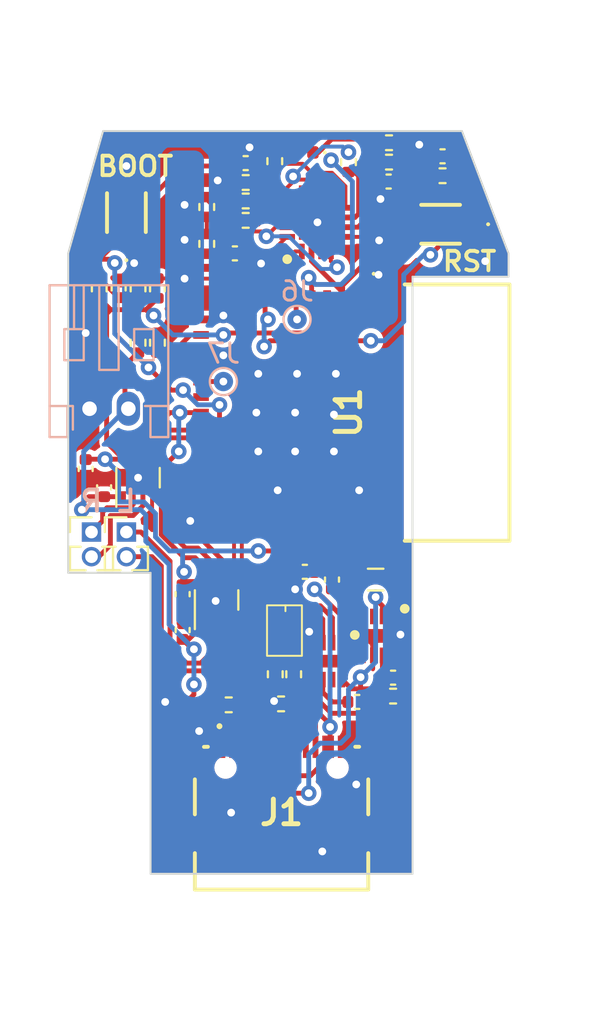
<source format=kicad_pcb>
(kicad_pcb (version 20221018) (generator pcbnew)
  (layers (0 "F.Cu" signal) (31 "B.Cu" signal) (34 "B.Paste" user) (35 "F.Paste" user) (36 "B.SilkS" user "B.Silkscreen") (37 "F.SilkS" user "F.Silkscreen") (38 "B.Mask" user) (39 "F.Mask" user) (44 "Edge.Cuts" user))
  (net 0 "")
  (net 23 "GND")
  (net 24 "VDC")
  (net 25 "Net-(J2-Pin_1)")
  (net 26 "Net-(J2-Pin_2)")
  (net 27 "Net-(J3-Pin_1)")
  (net 28 "Net-(J3-Pin_2)")
  (net 29 "/Ultrasonic Amplifier/IN3-")
  (net 30 "Net-(C6-Pad1)")
  (net 31 "Net-(C7-Pad1)")
  (net 32 "Net-(D1-A)")
  (net 33 "/Ultrasonic Amplifier/OUT2")
  (net 34 "/Ultrasonic Amplifier/IN1+")
  (net 36 "/Ultrasonic Amplifier/IN2+")
  (net 37 "/Ultrasonic Amplifier/IN2-")
  (net 38 "/Ultrasonic Amplifier/IN3+")
  (net 39 "/M0_IN1")
  (net 40 "/M0_IN2")
  (net 41 "/M1_IN1")
  (net 42 "/M1_IN2")
  (net 43 "/AMP")
  (net 45 "/USB+")
  (net 46 "/USB-")
  (net 50 "+3V3")
  (net 51 "/CFF")
  (net 53 "Net-(IC1-SW)")
  (net 54 "/CC1")
  (net 55 "/CC2")
  (net 56 "Net-(IC2-TIMER)")
  (net 57 "+5V")
  (net 58 "Net-(IC2-ISET)")
  (net 60 "Net-(D4-A1)")
  (net 61 "Net-(D4-K1)")
  (net 62 "Net-(D4-A2)")
  (net 63 "Net-(D4-K2)")
  (net 65 "/Ultrasonic Amplifier/IN1-")
  (net 66 "/VSENSE")
  (net 67 "/IO0")
  (net 68 "/IO1")
  (net 69 "/RST")
  (net 70 "/GPIO9")
  (net 71 "/M_SLEEP")
  (footprint "Resistor_SMD:R_0402_1005Metric" (layer "F.Cu") (at 147.1 47.1 90)
    (fp_text reference "R4" hide)
    (fp_text value "1M" hide)
  )
  (footprint "Resistor_SMD:R_0402_1005Metric" (layer "F.Cu") (at 152.65 41.65)
    (fp_text reference "R7" hide)
    (fp_text value "4.7M" hide)
  )
  (footprint "Resistor_SMD:R_0402_1005Metric" (layer "F.Cu") (at 160.25 68.1 180)
    (fp_text reference "R14" hide)
    (fp_text value "4k" hide)
  )
  (footprint "Resistor_SMD:R_0402_1005Metric" (layer "F.Cu") (at 147.1 49.9 90)
    (fp_text reference "R17" hide)
    (fp_text value "390k" hide)
  )
  (footprint "Capacitor_SMD:C_0402_1005Metric" (layer "F.Cu") (at 160.25 67.15)
    (fp_text reference "C8" hide)
    (fp_text value "4.7uF" hide)
  )
  (footprint "SamacSys_Parts:SON50P200X200X90-9N-D" (layer "F.Cu") (at 159.45 65 -90)
    (fp_text reference "IC1" hide)
    (fp_text value "MIC23050-SYML-TR" hide)
  )
  (footprint "Resistor_SMD:R_0402_1005Metric" (layer "F.Cu") (at 152.65 43.6 180)
    (fp_text reference "R6" hide)
    (fp_text value "1M")
  )
  (footprint "Resistor_SMD:R_0402_1005Metric" (layer "F.Cu") (at 152.65 42.6)
    (fp_text reference "R8" hide)
    (fp_text value "390k" hide)
  )
  (footprint "Resistor_SMD:R_0402_1005Metric" (layer "F.Cu") (at 160.04 40.6)
    (fp_text reference "R9" hide)
    (fp_text value "12K" hide)
  )
  (footprint "Package_SON:WSON-8-1EP_2x2mm_P0.5mm_EP0.9x1.6mm" (layer "F.Cu") (at 151.15 63.15 90)
    (fp_text reference "U3" hide)
    (fp_text value "DRV8837C" hide)
  )
  (footprint "Capacitor_SMD:C_0402_1005Metric" (layer "F.Cu") (at 149.4 64.7 90)
    (fp_text reference "C3" hide)
    (fp_text value "0.1uF" hide)
  )
  (footprint "Resistor_SMD:R_0402_1005Metric" (layer "F.Cu") (at 157.95 40.6 90)
    (fp_text reference "R11" hide)
    (fp_text value "4.7M" hide)
  )
  (footprint "Package_SON:WSON-8-1EP_2x2mm_P0.5mm_EP0.9x1.6mm" (layer "F.Cu") (at 147.1 56.85 90)
    (fp_text reference "U4" hide)
    (fp_text value "DRV8837C" hide)
  )
  (footprint "Resistor_SMD:R_0402_1005Metric" (layer "F.Cu") (at 154.15 40.55 -90)
    (fp_text reference "R1" hide)
    (fp_text value "4.7M" hide)
  )
  (footprint "Resistor_SMD:R_0402_1005Metric" (layer "F.Cu") (at 155.125 66.975 90)
    (fp_text reference "R16" hide)
    (fp_text value "300" hide)
  )
  (footprint "Capacitor_SMD:C_0402_1005Metric" (layer "F.Cu") (at 157.1 62.1 -90)
    (fp_text reference "C10" hide)
    (fp_text value "560pF")
  )
  (footprint "Capacitor_SMD:C_0402_1005Metric" (layer "F.Cu") (at 152.092547 45.3)
    (fp_text reference "C6" hide)
    (fp_text value "uF" hide)
  )
  (footprint "SamacSys_Parts:EVPAWBD4A" (layer "F.Cu") (at 162.7 43.8 180)
    (fp_text reference "S1" hide)
    (fp_text value "EVP-AWBD4A" hide)
  )
  (footprint "Resistor_SMD:R_0402_1005Metric" (layer "F.Cu") (at 154.475 68.5 180)
    (fp_text reference "R13" hide)
    (fp_text value "5.1k" hide)
  )
  (footprint "Resistor_SMD:R_0402_1005Metric" (layer "F.Cu") (at 148.1 49.9 90)
    (fp_text reference "R18" hide)
    (fp_text value "390k" hide)
  )
  (footprint "Diode_SMD:D_0402_1005Metric" (layer "F.Cu") (at 155.6325 40.1 180)
    (fp_text reference "D1" hide)
    (fp_text value "D" hide)
  )
  (footprint "Resistor_SMD:R_0402_1005Metric" (layer "F.Cu") (at 154.175 66.975 90)
    (fp_text reference "R15" hide)
    (fp_text value "300" hide)
  )
  (footprint "Resistor_SMD:R_0402_1005Metric" (layer "F.Cu") (at 162.8 41.3)
    (fp_text reference "R19" hide)
    (fp_text value "10k" hide)
  )
  (footprint "Capacitor_SMD:C_0402_1005Metric" (layer "F.Cu") (at 160.02 41.6 180)
    (fp_text reference "C7" hide)
    (fp_text value "uF" hide)
  )
  (footprint "SamacSys_Parts:GSB1C41110SSHR" (layer "F.Cu") (at 154.5 74.1)
    (fp_text reference "J1")
    (fp_text value "GSB1C41110SSHR" hide)
  )
  (footprint "Capacitor_SMD:C_0402_1005Metric" (layer "F.Cu") (at 162.8 40.3 180)
    (fp_text reference "C12" hide)
    (fp_text value "0.1uF" hide)
  )
  (footprint "Resistor_SMD:R_0402_1005Metric" (layer "F.Cu") (at 148.1 47.1 90)
    (fp_text reference "R3" hide)
    (fp_text value "1M" hide)
  )
  (footprint "Capacitor_SMD:C_0402_1005Metric" (layer "F.Cu") (at 152.65 40.65)
    (fp_text reference "C5" hide)
    (fp_text value "0.1uF" hide)
  )
  (footprint "Capacitor_SMD:C_0402_1005Metric" (layer "F.Cu") (at 146.1 47.1 90)
    (fp_text reference "C13" hide)
    (fp_text value "0.1uF" hide)
  )
  (footprint "SamacSys_Parts:QFN50P300X300X100-17N" (layer "F.Cu") (at 156.292547 43.7 90)
    (fp_text reference "IC3" hide)
    (fp_text value "LM324QT" hide)
  )
  (footprint "Resistor_SMD:R_0402_1005Metric" (layer "F.Cu") (at 150.642547 44.81 -90)
    (fp_text reference "R5" hide)
    (fp_text value "12K" hide)
  )
  (footprint "Connector_PinHeader_1.27mm:PinHeader_1x02_P1.27mm_Vertical" (layer "F.Cu") (at 146.5 59.65)
    (fp_text reference "J2" hide)
    (fp_text value "Conn_01x02" hide)
  )
  (footprint "Inductor_SMD:L_0805_2012Metric" (layer "F.Cu") (at 159.35 62.1)
    (fp_text reference "L1" hide)
    (fp_text value "L")
  )
  (footprint "SamacSys_Parts:EVPAWBD4A" (layer "F.Cu") (at 146.5 43.2 90)
    (fp_text reference "S2" hide)
    (fp_text value "EVP-AWBD4A" hide)
  )
  (footprint "Resistor_SMD:R_0402_1005Metric" (layer "F.Cu") (at 150.642547 42.91 -90)
    (fp_text reference "R2" hide)
    (fp_text value "1M" hide)
  )
  (footprint "Capacitor_SMD:C_0402_1005Metric" (layer "F.Cu") (at 155.7 61.7 180)
    (fp_text reference "C9" hide)
    (fp_text value "4.7uF" hide)
  )
  (footprint "SamacSys_Parts:SB0603WC01-RG" (layer "F.Cu") (at 152.45 64.725 -90)
    (fp_text reference "D4" hide)
    (fp_text value "LED_Dual_KAKA" hide)
  )
  (footprint "Connector_PinHeader_1.27mm:PinHeader_1x02_P1.27mm_Vertical" (layer "F.Cu") (at 144.7 59.65)
    (fp_text reference "J3" hide)
    (fp_text value "Conn_01x02" hide)
  )
  (footprint "SamacSys_Parts:ESP32C3MINI1H4X" (layer "F.Cu") (at 157.95 53.5 -90)
    (fp_text reference "U1")
    (fp_text value "ESP32-C3-MINI-1-H4X" hide)
  )
  (footprint "Resistor_SMD:R_0402_1005Metric" (layer "F.Cu") (at 151.775 68.55 180)
    (fp_text reference "R12" hide)
    (fp_text value "5.1k" hide)
  )
  (footprint "Resistor_SMD:R_0402_1005Metric" (layer "F.Cu") (at 160.04 39.6)
    (fp_text reference "R10" hide)
    (fp_text value "1M" hide)
  )
  (footprint "Capacitor_SMD:C_0402_1005Metric" (layer "F.Cu") (at 149.4 62.85 -90)
    (fp_text reference "C1" hide)
    (fp_text value "0.1uF" hide)
  )
  (footprint "SamacSys_Parts:SON50P200X200X80-9N" (layer "F.Cu") (at 156.875 66.3 -90)
    (fp_text reference "IC2" hide)
    (fp_text value "RT9527GQW" hide)
  )
  (footprint "Resistor_SMD:R_0402_1005Metric" (layer "F.Cu") (at 145.1 47.1 90)
    (fp_text reference "R20" hide)
    (fp_text value "10k" hide)
  )
  (footprint "Capacitor_SMD:C_0402_1005Metric" (layer "F.Cu") (at 144.4 56.4 -90)
    (fp_text reference "C2" hide)
    (fp_text value "0.1uF" hide)
  )
  (footprint "Capacitor_SMD:C_0402_1005Metric" (layer "F.Cu") (at 158.4 68.4)
    (fp_text reference "C11" hide)
    (fp_text value "500nF" hide)
  )
  (footprint "Capacitor_SMD:C_0402_1005Metric" (layer "F.Cu") (at 145.35 57.35 90)
    (fp_text reference "C4" hide)
    (fp_text value "0.1uF" hide)
  )
  (footprint "TestPoint:TestPoint_Pad_D1.0mm" (layer "B.Cu") (at 151.5 51.9 180)
    (fp_text reference "J7")
    (fp_text value "Conn_01x01")
  )
  (footprint "SamacSys_Parts:Transducer" (layer "B.Cu") (at 154.15 44.45 180)
    (fp_text reference "J4" hide)
    (fp_text value "Conn_01x02" hide)
  )
  (footprint "Connector_JST:JST_PH_S2B-PH-K_1x02_P2.00mm_Horizontal" (layer "B.Cu") (at 144.6 53.3)
    (fp_text reference "J5" hide)
    (fp_text value "Conn_01x02" hide)
  )
  (footprint "TestPoint:TestPoint_Pad_D1.0mm" (layer "B.Cu") (at 155.3 48.7 180)
    (fp_text reference "J6")
    (fp_text value "Conn_01x01")
  )
  (gr_line (start 143.5 61.75) (end 143.5 45.3) (stroke (width 0.1)) (layer "Edge.Cuts"))
  (gr_line (start 145.3 39) (end 163.8 39) (stroke (width 0.1)) (layer "Edge.Cuts"))
  (gr_line (start 161.25 77.25) (end 161.25 46.5) (stroke (width 0.1)) (layer "Edge.Cuts"))
  (gr_line (start 166.2 45.3) (end 166.2 46.5) (stroke (width 0.1)) (layer "Edge.Cuts"))
  (gr_line (start 147.75 77.25) (end 161.25 77.25) (stroke (width 0.1)) (layer "Edge.Cuts"))
  (gr_line (start 161.25 46.5) (end 166.2 46.5) (stroke (width 0.1)) (layer "Edge.Cuts"))
  (gr_line (start 147.75 77.25) (end 147.75 61.75) (stroke (width 0.1)) (layer "Edge.Cuts"))
  (gr_line (start 143.5 45.3) (end 145.3 39) (stroke (width 0.1)) (layer "Edge.Cuts"))
  (gr_line (start 166.2 45.3) (end 163.8 39) (stroke (width 0.1)) (layer "Edge.Cuts"))
  (gr_line (start 147.75 61.75) (end 143.5 61.75) (stroke (width 0.1)) (layer "Edge.Cuts"))
  (gr_text "L R" (at 147.1 58.7) (layer "B.SilkS") (effects (font (size 1.1 1.1) (thickness 0.2) bold) (justify left bottom mirror)))
  (gr_text "BOOT" (at 144.9 41.4) (layer "F.SilkS") (effects (font (size 1 1) (thickness 0.2) bold) (justify left bottom)))
  (gr_text "RST" (at 162.7 46.3) (layer "F.SilkS") (effects (font (size 1 1) (thickness 0.2) bold) (justify left bottom)))
  (segment (start 146.1 46.62) (end 147.07 46.62) (width 0.25) (layer "F.Cu") (net 23))
  (segment (start 149.4 63.33) (end 150.97 63.33) (width 0.25) (layer "F.Cu") (net 23))
  (segment (start 151.595 42.958568) (end 152.14 43.503568) (width 0.25) (layer "F.Cu") (net 23))
  (segment (start 151.9 63.575) (end 151.475 63.15) (width 0.25) (layer "F.Cu") (net 23))
  (segment (start 153.275 53.5) (end 153.2 53.5) (width 0.25) (layer "F.Cu") (net 23))
  (segment (start 153.169252 45.545661) (end 153.165331 45.545661) (width 0.25) (layer "F.Cu") (net 23))
  (segment (start 156.375 66.3) (end 156.125 66.05) (width 0.25) (layer "F.Cu") (net 23))
  (segment (start 158.88 68.4) (end 159.44 68.4) (width 0.25) (layer "F.Cu") (net 23))
  (segment (start 150.35 50.3) (end 151.249997 50.3) (width 0.25) (layer "F.Cu") (net 23))
  (segment (start 151.475 63.15) (end 151.15 63.15) (width 0.25) (layer "F.Cu") (net 23))
  (segment (start 156.042547 42.2) (end 156.042547 43.392547) (width 0.25) (layer "F.Cu") (net 23))
  (segment (start 153.13 40.65) (end 153.13 40.118901) (width 0.25) (layer "F.Cu") (net 23))
  (segment (start 147.1 46.59) (end 147.1 46) (width 0.25) (layer "F.Cu") (net 23))
  (segment (start 155.22 62.58) (end 155.2 62.6) (width 0.25) (layer "F.Cu") (net 23))
  (segment (start 160.15 59.4) (end 160.15 47.6) (width 0.25) (layer "F.Cu") (net 23))
  (segment (start 156.875 66.3) (end 156.375 66.3) (width 0.25) (layer "F.Cu") (net 23))
  (segment (start 145.34 56.88) (end 145.35 56.87) (width 0.25) (layer "F.Cu") (net 23))
  (segment (start 156.125 65.35) (end 156.125 64.985) (width 0.25) (layer "F.Cu") (net 23))
  (segment (start 151.265 68.885) (end 150.25 69.9) (width 0.25) (layer "F.Cu") (net 23))
  (segment (start 153.3 51.5) (end 155.3 51.5) (width 0.25) (layer "F.Cu") (net 23))
  (segment (start 149.4 64.22) (end 149.4 63.33) (width 0.25) (layer "F.Cu") (net 23))
  (segment (start 151.9 64.1) (end 151.9 63.575) (width 0.25) (layer "F.Cu") (net 23))
  (segment (start 156.125 66.05) (end 156.125 65.35) (width 0.25) (layer "F.Cu") (net 23))
  (segment (start 147.85 57.3) (end 147.4 56.85) (width 0.25) (layer "F.Cu") (net 23))
  (segment (start 151.595 41.930376) (end 151.595 42.958568) (width 0.25) (layer "F.Cu") (net 23))
  (segment (start 158.35 71.36) (end 158.35 72.65) (width 0.25) (layer "F.Cu") (net 23))
  (segment (start 151.25 47.6) (end 151.25 48.25) (width 0.25) (layer "F.Cu") (net 23))
  (segment (start 157.2 55.5) (end 157.225 55.475) (width 0.25) (layer "F.Cu") (net 23))
  (segment (start 155.2 53.5) (end 157.2 53.6) (width 0.25) (layer "F.Cu") (net 23))
  (segment (start 148.56 49.39) (end 150.35 47.6) (width 0.25) (layer "F.Cu") (net 23))
  (segment (start 152.91967 45.3) (end 152.572547 45.3) (width 0.25) (layer "F.Cu") (net 23))
  (segment (start 159.2 66) (end 159.2 65.25) (width 0.25) (layer "F.Cu") (net 23))
  (segment (start 160.2 65.3) (end 160.2 66) (width 0.25) (layer "F.Cu") (net 23))
  (segment (start 153.444252 45.820661) (end 153.169252 45.545661) (width 0.25) (layer "F.Cu") (net 23))
  (segment (start 153.965 68.5) (end 153.97 68.5) (width 0.25) (layer "F.Cu") (net 23))
  (segment (start 159.9 65) (end 160.2 65.3) (width 0.25) (layer "F.Cu") (net 23))
  (segment (start 145.35 56.87) (end 147.08 56.87) (width 0.25) (layer "F.Cu") (net 23))
  (segment (start 148.1 49.39) (end 148.56 49.39) (width 0.25) (layer "F.Cu") (net 23))
  (segment (start 147.85 57.8) (end 147.85 57.3) (width 0.25) (layer "F.Cu") (net 23))
  (segment (start 151.25 48.25) (end 151.5 48.5) (width 0.25) (layer "F.Cu") (net 23))
  (segment (start 150.113269 59.4) (end 149.792129 59.07886) (width 0.25) (layer "F.Cu") (net 23))
  (segment (start 157.7 70.71) (end 158.35 71.36) (width 0.25) (layer "F.Cu") (net 23))
  (segment (start 159.2 65.25) (end 159.45 65) (width 0.25) (layer "F.Cu") (net 23))
  (segment (start 159.45 65) (end 160.560401 65) (width 0.25) (layer "F.Cu") (net 23))
  (segment (start 153.165331 45.545661) (end 152.91967 45.3) (width 0.25) (layer "F.Cu") (net 23))
  (segment (start 155.2 55.5) (end 157.2 55.5) (width 0.25) (layer "F.Cu") (net 23))
  (segment (start 160.244669 44.630331) (end 161.075 43.8) (width 0.25) (layer "F.Cu") (net 23))
  (segment (start 159.530331 44.630331) (end 160.244669 44.630331) (width 0.25) (layer "F.Cu") (net 23))
  (segment (start 157.3 51.5) (end 157.225 51.525) (width 0.25) (layer "F.Cu") (net 23))
  (segment (start 159.54 42.44) (end 159.6 42.5) (width 0.25) (layer "F.Cu") (net 23))
  (segment (start 160.2 66) (end 160.73 66.53) (width 0.25) (layer "F.Cu") (net 23))
  (segment (start 151.06 70.71) (end 150.25 69.9) (width 0.25) (layer "F.Cu") (net 23))
  (segment (start 162.2 40.3) (end 161.6 39.7) (width 0.25) (layer "F.Cu") (net 23))
  (segment (start 153.275 55.475) (end 153.3 55.5) (width 0.25) (layer "F.Cu") (net 23))
  (segment (start 156.125 64.985) (end 155.925 64.785) (width 0.25) (layer "F.Cu") (net 23))
  (segment (start 155.22 61.7) (end 155.22 62.58) (width 0.25) (layer "F.Cu") (net 23))
  (segment (start 151.3 70.71) (end 151.06 70.71) (width 0.25) (layer "F.Cu") (net 23))
  (segment (start 156.042547 43.392547) (end 156.35 43.7) (width 0.25) (layer "F.Cu") (net 23))
  (segment (start 151.25 47.6) (end 150.35 47.6) (width 0.25) (layer "F.Cu") (net 23))
  (segment (start 151.1 63.2) (end 151.15 63.15) (width 0.25) (layer "F.Cu") (net 23))
  (segment (start 153.97 68.5) (end 154.115 68.355) (width 0.25) (layer "F.Cu") (net 23))
  (segment (start 153.2 53.5) (end 155.2 53.5) (width 0.25) (layer "F.Cu") (net 23))
  (segment (start 159.54 41.6) (end 159.54 42.44) (width 0.25) (layer "F.Cu") (net 23))
  (segment (start 159.74 68.1) (end 159.78 68.1) (width 0.25) (layer "F.Cu") (net 23))
  (segment (start 160.73 66.53) (end 160.73 67.15) (width 0.25) (layer "F.Cu") (net 23))
  (segment (start 152.14 43.503568) (end 152.14 43.6) (width 0.25) (layer "F.Cu") (net 23))
  (segment (start 153.275 51.525) (end 153.3 51.5) (width 0.25) (layer "F.Cu") (net 23))
  (segment (start 155.3 51.5) (end 157.3 51.5) (width 0.25) (layer "F.Cu") (net 23))
  (segment (start 150.97 63.33) (end 151.1 63.2) (width 0.25) (layer "F.Cu") (net 23))
  (segment (start 151.265 68.55) (end 151.265 68.885) (width 0.25) (layer "F.Cu") (net 23))
  (segment (start 151.207312 41.542688) (end 151.595 41.930376) (width 0.25) (layer "F.Cu") (net 23))
  (segment (start 157.2 53.6) (end 157.225 53.5) (width 0.25) (layer "F.Cu") (net 23))
  (segment (start 157.225 51.525) (end 157.225 55.475) (width 0.25) (layer "F.Cu") (net 23))
  (segment (start 158.45 47.6) (end 160.15 47.6) (width 0.25) (layer "F.Cu") (net 23))
  (segment (start 159.78 68.1) (end 160.73 67.15) (width 0.25) (layer "F.Cu") (net 23))
  (segment (start 151.249997 50.3) (end 151.5 50.550003) (width 0.25) (layer "F.Cu") (net 23))
  (segment (start 157.225 53.5) (end 160.15 53.5) (width 0.25) (layer "F.Cu") (net 23))
  (segment (start 147.1 46) (end 146.9 45.8) (width 0.25) (layer "F.Cu") (net 23))
  (segment (start 147.07 46.62) (end 147.1 46.59) (width 0.25) (layer "F.Cu") (net 23))
  (segment (start 160.560401 65) (end 160.629449 64.930952) (width 0.25) (layer "F.Cu") (net 23))
  (segment (start 147.4 56.85) (end 147.1 56.85) (width 0.25) (layer "F.Cu") (net 23))
  (segment (start 159.44 68.4) (end 159.74 68.1) (width 0.25) (layer "F.Cu") (net 23))
  (segment (start 144.4 56.88) (end 145.34 56.88) (width 0.25) (layer "F.Cu") (net 23))
  (segment (start 162.32 40.3) (end 162.2 40.3) (width 0.25) (layer "F.Cu") (net 23))
  (segment (start 147.08 56.87) (end 147.1 56.85) (width 0.25) (layer "F.Cu") (net 23))
  (segment (start 153.13 40.118901) (end 152.849307 39.838208) (width 0.25) (layer "F.Cu") (net 23))
  (segment (start 150.35 59.4) (end 150.113269 59.4) (width 0.25) (layer "F.Cu") (net 23))
  (segment (start 153.3 55.5) (end 155.2 55.5) (width 0.25) (layer "F.Cu") (net 23))
  (segment (start 146.5 41.575) (end 146.5 40.8) (width 0.25) (layer "F.Cu") (net 23))
  (via (at 153.444252 45.820661) (size 0.8) (drill 0.4) (layers "F.Cu" "B.Cu") (net 23))
  (via (at 155.2 55.5) (size 0.8) (drill 0.4) (layers "F.Cu" "B.Cu") (net 23))
  (via (at 157.2 55.5) (size 0.8) (drill 0.4) (layers "F.Cu" "B.Cu") (net 23))
  (via (at 159.6 42.5) (size 0.8) (drill 0.4) (layers "F.Cu" "B.Cu") (net 23))
  (via (at 146.9 45.8) (size 0.8) (drill 0.4) (layers "F.Cu" "B.Cu") (net 23))
  (via (at 154.115 68.355) (size 0.8) (drill 0.4) (layers "F.Cu" "B.Cu") (net 23))
  (via (at 147.102791 56.852484) (size 0.8) (drill 0.4) (layers "F.Cu" "B.Cu") (net 23))
  (via (at 155.3 51.5) (size 0.8) (drill 0.4) (layers "F.Cu" "B.Cu") (net 23))
  (via (at 161.6 39.7) (size 0.8) (drill 0.4) (layers "F.Cu" "B.Cu") (net 23))
  (via (at 156.6 76.1) (size 0.8) (drill 0.4) (layers "F.Cu" "B.Cu") (net 23))
  (via (at 144.4 49.4) (size 0.8) (drill 0.4) (layers "F.Cu" "B.Cu") (net 23))
  (via (at 153.3 55.5) (size 0.8) (drill 0.4) (layers "F.Cu" "B.Cu") (net 23))
  (via (at 151.1 63.2) (size 0.8) (drill 0.4) (layers "F.Cu" "B.Cu") (net 23))
  (via (at 153.3 51.5) (size 0.8) (drill 0.4) (layers "F.Cu" "B.Cu") (net 23))
  (via (at 165 45.7) (size 0.8) (drill 0.4) (layers "F.Cu" "B.Cu") (net 23))
  (via (at 159.5 46.4) (size 0.8) (drill 0.4) (layers "F.Cu" "B.Cu") (net 23))
  (via (at 156.35 43.7) (size 0.8) (drill 0.4) (layers "F.Cu" "B.Cu") (net 23))
  (via (at 160.629449 64.930952) (size 0.8) (drill 0.4) (layers "F.Cu" "B.Cu") (net 23))
  (via (at 148.5 68.4) (size 0.8) (drill 0.4) (layers "F.Cu" "B.Cu") (net 23))
  (via (at 151.5 50.550003) (size 0.8) (drill 0.4) (layers "F.Cu" "B.Cu") (net 23))
  (via (at 146.5 40.8) (size 0.8) (drill 0.4) (layers "F.Cu" "B.Cu") (net 23))
  (via (at 151.207312 41.542688) (size 0.8) (drill 0.4) (layers "F.Cu" "B.Cu") (net 23))
  (via (at 159.530331 44.630331) (size 0.8) (drill 0.4) (layers "F.Cu" "B.Cu") (net 23))
  (via (at 155.925 64.785) (size 0.8) (drill 0.4) (layers "F.Cu" "B.Cu") (net 23))
  (via (at 155.2 62.6) (size 0.8) (drill 0.4) (layers "F.Cu" "B.Cu") (net 23))
  (via (at 151.5 48.5) (size 0.8) (drill 0.4) (layers "F.Cu" "B.Cu") (net 23))
  (via (at 149.792129 59.07886) (size 0.8) (drill 0.4) (layers "F.Cu" "B.Cu") (net 23))
  (via (at 152.849307 39.838208) (size 0.8) (drill 0.4) (layers "F.Cu" "B.Cu") (net 23))
  (via (at 155.2 53.5) (size 0.8) (drill 0.4) (layers "F.Cu" "B.Cu") (net 23))
  (via (at 153.2 53.5) (size 0.8) (drill 0.4) (layers "F.Cu" "B.Cu") (net 23))
  (via (at 151.9 74.1) (size 0.8) (drill 0.4) (layers "F.Cu" "B.Cu") (net 23))
  (via (at 158.5 57.5) (size 0.8) (drill 0.4) (layers "F.Cu" "B.Cu") (net 23))
  (via (at 158.35 72.65) (size 0.8) (drill 0.4) (layers "F.Cu" "B.Cu") (net 23))
  (via (at 154.3 57.5) (size 0.8) (drill 0.4) (layers "F.Cu" "B.Cu") (net 23))
  (via (at 157.3 51.5) (size 0.8) (drill 0.4) (layers "F.Cu" "B.Cu") (net 23))
  (via (at 150.25 69.9) (size 0.8) (drill 0.4) (layers "F.Cu" "B.Cu") (net 23))
  (via (at 157.2 53.6) (size 0.8) (drill 0.4) (layers "F.Cu" "B.Cu") (net 23))
  (segment (start 146.15 52.15) (end 146.962437 52.15) (width 0.25) (layer "B.Cu") (net 23))
  (segment (start 153.1 48.5) (end 153.1 49.2) (width 0.25) (layer "B.Cu") (net 23))
  (segment (start 151.5 48.5) (end 153.1 48.5) (width 0.25) (layer "B.Cu") (net 23))
  (segment (start 159.5 46.4) (end 155.025 50.875) (width 0.25) (layer "B.Cu") (net 23))
  (segment (start 149.995402 50.550003) (end 151.5 50.550003) (width 0.25) (layer "B.Cu") (net 23))
  (segment (start 154.6 63.2) (end 154.34 63.2) (width 0.25) (layer "B.Cu") (net 23))
  (segment (start 159.5 42.6) (end 159.6 42.5) (width 0.25) (layer "B.Cu") (net 23))
  (segment (start 153.1 49.2) (end 151.749997 50.550003) (width 0.25) (layer "B.Cu") (net 23))
  (segment (start 148.270406 52.275) (end 148.372703 52.172703) (width 0.25) (layer "B.Cu") (net 23))
  (segment (start 153.444252 46.255748) (end 153.1 46.6) (width 0.25) (layer "B.Cu") (net 23))
  (segment (start 147.102791 54.551193) (end 147.475 54.178984) (width 0.25) (layer "B.Cu") (net 23))
  (segment (start 150.98 68.355) (end 150.975 68.35) (width 0.25) (layer "B.Cu") (net 23))
  (segment (start 159.5 44.5) (end 159.5 42.6) (width 0.25) (layer "B.Cu") (net 23))
  (segment (start 153.444252 45.820661) (end 153.444252 46.255748) (width 0.25) (layer "B.Cu") (net 23))
  (segment (start 147.575 39.725) (end 146.5 40.8) (width 0.25) (layer "B.Cu") (net 23))
  (segment (start 156.35 43.7) (end 152.849307 40.199307) (width 0.25) (layer "B.Cu") (net 23))
  (segment (start 155.2 62.6) (end 154.6 63.2) (width 0.25) (layer "B.Cu") (net 23))
  (segment (start 144.4 49.4) (end 144.6 49.2) (width 0.25) (layer "B.Cu") (net 23))
  (segment (start 153.444252 45.744252) (end 153.444252 45.820661) (width 0.25) (layer "B.Cu") (net 23))
  (segment (start 154.115 68.355) (end 150.98 68.355) (width 0.25) (layer "B.Cu") (net 23))
  (segment (start 151.207312 40.557312) (end 150.375 39.725) (width 0.25) (layer "B.Cu") (net 23))
  (segment (start 153.37886 59.07886) (end 155.3 61) (width 0.25) (layer "B.Cu") (net 23))
  (segment (start 151.824997 50.875) (end 151.5 50.550003) (width 0.25) (layer "B.Cu") (net 23))
  (segment (start 151.207312 41.542688) (end 151.207312 41.480203) (width 0.25) (layer "B.Cu") (net 23))
  (segment (start 151.207312 41.542688) (end 151.207312 40.557312) (width 0.25) (layer "B.Cu") (net 23))
  (segment (start 146.9 45.8) (end 146.9 44.5) (width 0.25) (layer "B.Cu") (net 23))
  (segment (start 150.975 68.35) (end 150.975 69.175) (width 0.25) (layer "B.Cu") (net 23))
  (segment (start 153.2 55.6) (end 153.3 55.5) (width 0.25) (layer "B.Cu") (net 23))
  (segment (start 155.3 62.5) (end 155.2 62.6) (width 0.25) (layer "B.Cu") (net 23))
  (segment (start 147.565753 56.852484) (end 149.792129 59.07886) (width 0.25) (layer "B.Cu") (net 23))
  (segment (start 151.1 63.2) (end 154.34 63.2) (width 0.25) (layer "B.Cu") (net 23))
  (segment (start 159.530331 44.530331) (end 159.530331 44.630331) (width 0.25) (layer "B.Cu") (net 23))
  (segment (start 146.6 44.2) (end 146.6 40.9) (width 0.25) (layer "B.Cu") (net 23))
  (segment (start 148.372703 52.172703) (end 149.995402 50.550003) (width 0.25) (layer "B.Cu") (net 23))
  (segment (start 146.962437 52.15) (end 147.087437 52.275) (width 0.25) (layer "B.Cu") (net 23))
  (segment (start 147.475 54.178984) (end 147.475 53.070405) (width 0.25) (layer "B.Cu") (net 23))
  (segment (start 152.849307 40.199307) (end 152.849307 39.838208) (width 0.25) (layer "B.Cu") (net 23))
  (segment (start 144.6 49.2) (end 144.6 45.994036) (width 0.25) (layer "B.Cu") (net 23))
  (segment (start 149.792129 59.07886) (end 153.2 59.07886) (width 0.25) (layer "B.Cu") (net 23))
  (segment (start 159.6 42.2) (end 159.6 42.5) (width 0.25) (layer "B.Cu") (net 23))
  (segment (start 159.6 46.4) (end 159.5 46.4) (width 0.25) (layer "B.Cu") (net 23))
  (segment (start 151.1 66.1) (end 150.975 66.225) (width 0.25) (layer "B.Cu") (net 23))
  (segment (start 146.9 44.5) (end 146.6 44.2) (width 0.25) (layer "B.Cu") (net 23))
  (segment (start 147.087437 52.275) (end 148.270406 52.275) (width 0.25) (layer "B.Cu") (net 23))
  (segment (start 151.207312 41.542688) (end 151.207312 43.507312) (width 0.25) (layer "B.Cu") (net 23))
  (segment (start 147.475 53.070405) (end 148.372703 52.172703) (width 0.25) (layer "B.Cu") (net 23))
  (segment (start 153.2 59.07886) (end 153.37886 59.07886) (width 0.25) (layer "B.Cu") (net 23))
  (segment (start 150.975 66.225) (end 150.975 68.35) (width 0.25) (layer "B.Cu") (net 23))
  (segment (start 147.102791 56.852484) (end 147.102791 54.551193) (width 0.25) (layer "B.Cu") (net 23))
  (segment (start 146.394036 44.2) (end 146.6 44.2) (width 0.25) (layer "B.Cu") (net 23))
  (segment (start 159.6 46.4) (end 159.6 44.7) (width 0.25) (layer "B.Cu") (net 23))
  (segment (start 144.6 49.6) (end 144.4 49.4) (width 0.25) (layer "B.Cu") (net 23))
  (segment (start 151.749997 50.550003) (end 151.5 50.550003) (width 0.25) (layer "B.Cu") (net 23))
  (segment (start 153.1 46.6) (end 153.1 48.5) (width 0.25) (layer "B.Cu") (net 23))
  (segment (start 146.6 40.9) (end 146.5 40.8) (width 0.25) (layer "B.Cu") (net 23))
  (segment (start 147.102791 56.852484) (end 147.565753 56.852484) (width 0.25) (layer "B.Cu") (net 23))
  (segment (start 145.2 53.1) (end 146.15 52.15) (width 0.25) (layer "B.Cu") (net 23))
  (segment (start 147.102791 56.852484) (end 147.2 56.755275) (width 0.25) (layer "B.Cu") (net 23))
  (segment (start 151.207312 41.480203) (end 152.849307 39.838208) (width 0.25) (layer "B.Cu") (net 23))
  (segment (start 144.6 53.3) (end 144.6 49.6) (width 0.25) (layer "B.Cu") (net 23))
  (segment (start 150.975 69.175) (end 150.25 69.9) (width 0.25) (layer "B.Cu") (net 23))
  (segment (start 155.025 50.875) (end 151.824997 50.875) (width 0.25) (layer "B.Cu") (net 23))
  (segment (start 154.34 63.2) (end 155.925 64.785) (width 0.25) (layer "B.Cu") (net 23))
  (segment (start 159.5 44.5) (end 159.530331 44.530331) (width 0.25) (layer "B.Cu") (net 23))
  (segment (start 144.6 45.994036) (end 146.394036 44.2) (width 0.25) (layer "B.Cu") (net 23))
  (segment (start 145.2 53.3) (end 145.2 53.1) (width 0.25) (layer "B.Cu") (net 23))
  (segment (start 159.6 44.7) (end 159.530331 44.630331) (width 0.25) (layer "B.Cu") (net 23))
  (segment (start 151.1 63.2) (end 151.1 66.1) (width 0.25) (layer "B.Cu") (net 23))
  (segment (start 152.942547 46.6) (end 153.442547 46.6) (width 0.25) (layer "B.Cu") (net 23))
  (segment (start 153.2 59.07886) (end 153.2 55.6) (width 0.25) (layer "B.Cu") (net 23))
  (segment (start 155.3 61) (end 155.3 62.5) (width 0.25) (layer "B.Cu") (net 23))
  (segment (start 150.375 39.725) (end 147.575 39.725) (width 0.25) (layer "B.Cu") (net 23))
  (segment (start 151.207312 43.507312) (end 153.444252 45.744252) (width 0.25) (layer "B.Cu") (net 23))
  (segment (start 146.425 51.085) (end 146.425 53.125) (width 0.25) (layer "F.Cu") (net 24))
  (segment (start 158.575 67.725) (end 159.083577 67.725) (width 0.25) (layer "F.Cu") (net 24))
  (segment (start 144.2 58.2) (end 144.57 57.83) (width 0.25) (layer "F.Cu") (net 24))
  (segment (start 149.905786 65.685786) (end 149.981802 65.685786) (width 0.25) (layer "F.Cu") (net 24))
  (segment (start 159.7 67.08) (end 159.7 66) (width 0.25) (layer "F.Cu") (net 24))
  (segment (start 155.9 73.1) (end 148.9 73.1) (width 0.25) (layer "F.Cu") (net 24))
  (segment (start 149.4 65.18) (end 149.905786 65.685786) (width 0.25) (layer "F.Cu") (net 24))
  (segment (start 148.2 72.4) (end 148.2 69.8) (width 0.25) (layer "F.Cu") (net 24))
  (segment (start 145.35 57.83) (end 146.32 57.83) (width 0.25) (layer "F.Cu") (net 24))
  (segment (start 159.083577 67.725) (end 159.658577 67.15) (width 0.25) (layer "F.Cu") (net 24))
  (segment (start 146.425 53.125) (end 146.6 53.3) (width 0.25) (layer "F.Cu") (net 24))
  (segment (start 159.658577 67.15) (end 159.77 67.15) (width 0.25) (layer "F.Cu") (net 24))
  (segment (start 150.4 64.489999) (end 150.4 64.1) (width 0.25) (layer "F.Cu") (net 24))
  (segment (start 146.32 57.83) (end 146.35 57.8) (width 0.25) (layer "F.Cu") (net 24))
  (segment (start 159.35 63.1) (end 159.35 62.999998) (width 0.25) (layer "F.Cu") (net 24))
  (segment (start 147.1 50.41) (end 146.425 51.085) (width 0.25) (layer "F.Cu") (net 24))
  (segment (start 157.625 67.25) (end 158.1 67.725) (width 0.25) (layer "F.Cu") (net 24))
  (segment (start 158.1 67.725) (end 158.575 67.725) (width 0.25) (layer "F.Cu") (net 24))
  (segment (start 144.57 57.83) (end 145.35 57.83) (width 0.25) (layer "F.Cu") (net 24))
  (segment (start 159.7 64) (end 159.7 63.45) (width 0.25) (layer "F.Cu") (net 24))
  (segment (start 148.9 73.1) (end 148.2 72.4) (width 0.25) (layer "F.Cu") (net 24))
  (segment (start 148.2 69.8) (end 149.981802 68.018198) (width 0.25) (layer "F.Cu") (net 24))
  (segment (start 158.575 67.725) (end 158.575 67.125) (width 0.25) (layer "F.Cu") (net 24))
  (segment (start 144.2 58.5) (end 144.2 58.2) (width 0.25) (layer "F.Cu") (net 24))
  (segment (start 149.709999 65.18) (end 150.4 64.489999) (width 0.25) (layer "F.Cu") (net 24))
  (segment (start 159.77 67.15) (end 159.7 67.08) (width 0.25) (layer "F.Cu") (net 24))
  (segment (start 159.7 63.45) (end 159.35 63.1) (width 0.25) (layer "F.Cu") (net 24))
  (segment (start 149.4 65.18) (end 149.709999 65.18) (width 0.25) (layer "F.Cu") (net 24))
  (segment (start 149.981802 68.018198) (end 149.981802 67.5) (width 0.25) (layer "F.Cu") (net 24))
  (via (at 149.981802 65.685786) (size 0.8) (drill 0.4) (layers "F.Cu" "B.Cu") (net 24))
  (via (at 144.2 58.5) (size 0.8) (drill 0.4) (layers "F.Cu" "B.Cu") (net 24))
  (via (at 158.575 67.125) (size 0.8) (drill 0.4) (layers "F.Cu" "B.Cu") (net 24))
  (via (at 159.35 62.999998) (size 0.8) (drill 0.4) (layers "F.Cu" "B.Cu") (net 24))
  (via (at 149.981802 67.5) (size 0.8) (drill 0.4) (layers "F.Cu" "B.Cu") (net 24))
  (via (at 155.9 73.1) (size 0.8) (drill 0.4) (layers "F.Cu" "B.Cu") (net 24))
  (segment (start 157.95 70.125) (end 157.55 70.525) (width 0.25) (layer "B.Cu") (net 24))
  (segment (start 156 71) (end 155.9 71.1) (width 0.25) (layer "B.Cu") (net 24))
  (segment (start 144.3 55.5) (end 146.5 53.3) (width 0.25) (layer "B.Cu") (net 24))
  (segment (start 144.2 58.5) (end 147.234314 58.5) (width 0.25) (layer "B.Cu") (net 24))
  (segment (start 155.9 71.1) (end 155.9 73.1) (width 0.25) (layer "B.Cu") (net 24))
  (segment (start 158.575 67.125) (end 157.95 67.75) (width 0.25) (layer "B.Cu") (net 24))
  (segment (start 147.5 60.125) (end 147.5 58.765686) (width 0.25) (layer "B.Cu") (net 24))
  (segment (start 156.625 70.525) (end 156.475 70.525) (width 0.25) (layer "B.Cu") (net 24))
  (segment (start 156.475 70.525) (end 156 71) (width 0.25) (layer "B.Cu") (net 24))
  (segment (start 148.7 64.403984) (end 148.7 61.325) (width 0.25) (layer "B.Cu") (net 24))
  (segment (start 157.95 67.75) (end 157.95 70.125) (width 0.25) (layer "B.Cu") (net 24))
  (segment (start 148.7 61.325) (end 147.5 60.125) (width 0.25) (layer "B.Cu") (net 24))
  (segment (start 147.5 58.765686) (end 147.234314 58.5) (width 0.25) (layer "B.Cu") (net 24))
  (segment (start 157.55 70.525) (end 156.625 70.525) (width 0.25) (layer "B.Cu") (net 24))
  (segment (start 149.981802 65.685786) (end 149.981802 67.5) (width 0.25) (layer "B.Cu") (net 24))
  (segment (start 149.981802 65.685786) (end 148.7 64.403984) (width 0.25) (layer "B.Cu") (net 24))
  (segment (start 144.3 58.4) (end 144.3 55.5) (width 0.25) (layer "B.Cu") (net 24))
  (segment (start 146.5 53.3) (end 146.6 53.3) (width 0.25) (layer "B.Cu") (net 24))
  (segment (start 159.35 66.35) (end 158.575 67.125) (width 0.25) (layer "B.Cu") (net 24))
  (segment (start 159.35 62.999998) (end 159.35 66.35) (width 0.25) (layer "B.Cu") (net 24))
  (segment (start 150.334314 66.4) (end 149.597488 66.4) (width 0.25) (layer "F.Cu") (net 25))
  (segment (start 148.75 65.552512) (end 148.75 61.15) (width 0.25) (layer "F.Cu") (net 25))
  (segment (start 149.597488 66.4) (end 148.75 65.552512) (width 0.25) (layer "F.Cu") (net 25))
  (segment (start 150.9 64.1) (end 150.9 65.834314) (width 0.25) (layer "F.Cu") (net 25))
  (segment (start 147.25 59.65) (end 146.5 59.65) (width 0.25) (layer "F.Cu") (net 25))
  (segment (start 150.9 65.834314) (end 150.334314 66.4) (width 0.25) (layer "F.Cu") (net 25))
  (segment (start 148.75 61.15) (end 147.25 59.65) (width 0.25) (layer "F.Cu") (net 25))
  (segment (start 148.3 61.4) (end 147.82 60.92) (width 0.25) (layer "F.Cu") (net 26))
  (segment (start 148.3 65.668198) (end 148.3 61.4) (width 0.25) (layer "F.Cu") (net 26))
  (segment (start 147.82 60.92) (end 146.5 60.92) (width 0.25) (layer "F.Cu") (net 26))
  (segment (start 150.5 66.8) (end 149.431802 66.8) (width 0.25) (layer "F.Cu") (net 26))
  (segment (start 151.4 65.9) (end 150.5 66.8) (width 0.25) (layer "F.Cu") (net 26))
  (segment (start 149.431802 66.8) (end 148.3 65.668198) (width 0.25) (layer "F.Cu") (net 26))
  (segment (start 151.4 64.1) (end 151.4 65.9) (width 0.25) (layer "F.Cu") (net 26))
  (segment (start 146.85 57.8) (end 146.85 58.225) (width 0.25) (layer "F.Cu") (net 27))
  (segment (start 145.275 58.625) (end 145.275 59.075) (width 0.25) (layer "F.Cu") (net 27))
  (segment (start 146.675 58.4) (end 145.5 58.4) (width 0.25) (layer "F.Cu") (net 27))
  (segment (start 146.85 58.225) (end 146.675 58.4) (width 0.25) (layer "F.Cu") (net 27))
  (segment (start 145.275 59.075) (end 144.7 59.65) (width 0.25) (layer "F.Cu") (net 27))
  (segment (start 145.5 58.4) (end 145.275 58.625) (width 0.25) (layer "F.Cu") (net 27))
  (segment (start 145.675 58.8) (end 146.85 58.8) (width 0.25) (layer "F.Cu") (net 28))
  (segment (start 145.08 60.92) (end 145.675 60.325) (width 0.25) (layer "F.Cu") (net 28))
  (segment (start 147.35 58.3) (end 147.35 57.8) (width 0.25) (layer "F.Cu") (net 28))
  (segment (start 144.7 60.92) (end 145.08 60.92) (width 0.25) (layer "F.Cu") (net 28))
  (segment (start 145.675 60.325) (end 145.675 58.8) (width 0.25) (layer "F.Cu") (net 28))
  (segment (start 146.85 58.8) (end 147.35 58.3) (width 0.25) (layer "F.Cu") (net 28))
  (segment (start 154.522867 40.687133) (end 154.15 41.06) (width 0.2) (layer "F.Cu") (net 29))
  (segment (start 157.792547 41.842547) (end 157.1 41.15) (width 0.2) (layer "F.Cu") (net 29))
  (segment (start 157.792547 42.95) (end 157.792547 41.842547) (width 0.2) (layer "F.Cu") (net 29))
  (segment (start 152.17 40.66) (end 153.16 41.65) (width 0.2) (layer "F.Cu") (net 29))
  (segment (start 152.17 40.65) (end 152.17 40.66) (width 0.2) (layer "F.Cu") (net 29))
  (segment (start 155.587133 40.687133) (end 154.522867 40.687133) (width 0.2) (layer "F.Cu") (net 29))
  (segment (start 153.65 41.65) (end 153.16 41.65) (width 0.2) (layer "F.Cu") (net 29))
  (segment (start 153.94 41.36) (end 153.65 41.65) (width 0.2) (layer "F.Cu") (net 29))
  (segment (start 157.1 41.15) (end 156.05 41.15) (width 0.2) (layer "F.Cu") (net 29))
  (segment (start 156.05 41.15) (end 155.587133 40.687133) (width 0.2) (layer "F.Cu") (net 29))
  (segment (start 151.592547 45.32) (end 151.612547 45.3) (width 0.25) (layer "F.Cu") (net 30))
  (segment (start 150.642547 45.32) (end 151.592547 45.32) (width 0.25) (layer "F.Cu") (net 30))
  (segment (start 160.55 41.55) (end 160.5 41.6) (width 0.25) (layer "F.Cu") (net 31))
  (segment (start 160.55 40.6) (end 160.55 41.55) (width 0.25) (layer "F.Cu") (net 31))
  (segment (start 154.15 40.04) (end 155.0875 40.04) (width 0.25) (layer "F.Cu") (net 32))
  (segment (start 155.0875 40.04) (end 155.1475 40.1) (width 0.25) (layer "F.Cu") (net 32))
  (segment (start 157.792547 43.95) (end 158.442547 43.95) (width 0.25) (layer "F.Cu") (net 33))
  (segment (start 159.085 39.6) (end 158.9 39.415) (width 0.25) (layer "F.Cu") (net 33))
  (segment (start 158.9 39.415) (end 157.085 39.415) (width 0.25) (layer "F.Cu") (net 33))
  (segment (start 158.875 39.44) (end 158.9 39.415) (width 0.25) (layer "F.Cu") (net 33))
  (segment (start 159.53 39.6) (end 159.085 39.6) (width 0.25) (layer "F.Cu") (net 33))
  (segment (start 157.085 39.415) (end 156.4 40.1) (width 0.25) (layer "F.Cu") (net 33))
  (segment (start 156.4 40.1) (end 156.1175 40.1) (width 0.25) (layer "F.Cu") (net 33))
  (segment (start 158.875 43.517547) (end 158.875 39.44) (width 0.25) (layer "F.Cu") (net 33))
  (segment (start 158.442547 43.95) (end 158.875 43.517547) (width 0.25) (layer "F.Cu") (net 33))
  (segment (start 147.1 47.61) (end 147.1 47.59) (width 0.2) (layer "F.Cu") (net 34))
  (segment (start 153.792547 46.6) (end 155.192547 45.2) (width 0.2) (layer "F.Cu") (net 34))
  (segment (start 147.1 47.59) (end 148.1 46.59) (width 0.2) (layer "F.Cu") (net 34))
  (segment (start 149.5 42.8) (end 149.5 44.6) (width 0.2) (layer "F.Cu") (net 34))
  (segment (start 149.5 46.6) (end 153.792547 46.6) (width 0.2) (layer "F.Cu") (net 34))
  (segment (start 155.192547 45.2) (end 155.542547 45.2) (width 0.2) (layer "F.Cu") (net 34))
  (segment (start 149.5 44.6) (end 149.5 46.6) (width 0.2) (layer "F.Cu") (net 34))
  (segment (start 148.1 46.59) (end 149.49 46.59) (width 0.2) (layer "F.Cu") (net 34))
  (segment (start 149.49 46.59) (end 149.5 46.6) (width 0.2) (layer "F.Cu") (net 34))
  (via (at 149.5 46.6) (size 0.8) (drill 0.4) (layers "F.Cu" "B.Cu") (net 34))
  (via (at 149.5 44.6) (size 0.8) (drill 0.4) (layers "F.Cu" "B.Cu") (net 34))
  (via (at 149.5 42.8) (size 0.8) (drill 0.4) (layers "F.Cu" "B.Cu") (net 34))
  (segment (start 153.463772 44.17) (end 153.714433 44.420661) (width 0.2) (layer "F.Cu") (net 36))
  (segment (start 157.042547 45.7) (end 157.046274 45.7) (width 0.2) (layer "F.Cu") (net 36))
  (segment (start 157.046274 45.7) (end 157.361567 46.015293) (width 0.2) (layer "F.Cu") (net 36))
  (segment (start 150.642547 42.4) (end 150.642547 42.536445) (width 0.2) (layer "F.Cu") (net 36))
  (segment (start 150.642547 42.536445) (end 151.62 43.513898) (width 0.2) (layer "F.Cu") (net 36))
  (segment (start 151.62 43.948214) (end 151.841786 44.17) (width 0.2) (layer "F.Cu") (net 36))
  (segment (start 154.185094 43.95) (end 153.714433 44.420661) (width 0.2) (layer "F.Cu") (net 36))
  (segment (start 151.841786 44.17) (end 153.463772 44.17) (width 0.2) (layer "F.Cu") (net 36))
  (segment (start 151.62 43.513898) (end 151.62 43.948214) (width 0.2) (layer "F.Cu") (net 36))
  (segment (start 154.185094 43.95) (end 154.792547 43.95) (width 0.2) (layer "F.Cu") (net 36))
  (segment (start 157.042547 45.2) (end 157.042547 45.7) (width 0.2) (layer "F.Cu") (net 36))
  (via (at 157.361567 46.015293) (size 0.8) (drill 0.4) (layers "F.Cu" "B.Cu") (net 36))
  (via (at 153.714433 44.420661) (size 0.8) (drill 0.4) (layers "F.Cu" "B.Cu") (net 36))
  (segment (start 156.55 46.1) (end 157.27686 46.1) (width 0.2) (layer "B.Cu") (net 36))
  (segment (start 153.714433 44.420661) (end 154.870661 44.420661) (width 0.2) (layer "B.Cu") (net 36))
  (segment (start 157.27686 46.1) (end 157.361567 46.015293) (width 0.2) (layer "B.Cu") (net 36))
  (segment (start 154.870661 44.420661) (end 156.55 46.1) (width 0.2) (layer "B.Cu") (net 36))
  (segment (start 161.07 40.12) (end 161.07 42.03) (width 0.2) (layer "F.Cu") (net 37))
  (segment (start 158.65 44.45) (end 157.792547 44.45) (width 0.2) (layer "F.Cu") (net 37))
  (segment (start 161.07 42.03) (end 158.65 44.45) (width 0.2) (layer "F.Cu") (net 37))
  (segment (start 160.55 39.6) (end 160.53 39.6) (width 0.2) (layer "F.Cu") (net 37))
  (segment (start 160.53 39.6) (end 159.53 40.6) (width 0.2) (layer "F.Cu") (net 37))
  (segment (start 160.55 39.6) (end 161.07 40.12) (width 0.2) (layer "F.Cu") (net 37))
  (segment (start 154.1 42.6) (end 153.16 42.6) (width 0.2) (layer "F.Cu") (net 38))
  (segment (start 155.095468 41.395468) (end 155.095468 41.337133) (width 0.2) (layer "F.Cu") (net 38))
  (segment (start 156.955026 41.5) (end 155.2 41.5) (width 0.2) (layer "F.Cu") (net 38))
  (segment (start 157.15 42.2) (end 157.15 41.694974) (width 0.2) (layer "F.Cu") (net 38))
  (segment (start 157.15 41.694974) (end 156.955026 41.5) (width 0.2) (layer "F.Cu") (net 38))
  (segment (start 155.2 41.5) (end 155.095468 41.395468) (width 0.2) (layer "F.Cu") (net 38))
  (segment (start 155.2 41.5) (end 154.1 42.6) (width 0.2) (layer "F.Cu") (net 38))
  (segment (start 153.16 43.6) (end 153.16 42.6) (width 0.2) (layer "F.Cu") (net 38))
  (via (at 155.095468 41.337133) (size 0.8) (drill 0.4) (layers "F.Cu" "B.Cu") (net 38))
  (via (at 157.95 40.09) (size 0.8) (drill 0.4) (layers "F.Cu" "B.Cu") (net 38))
  (segment (start 155.095468 41.337133) (end 156.632601 39.8) (width 0.2) (layer "B.Cu") (net 38))
  (segment (start 157.66 39.8) (end 157.95 40.09) (width 0.2) (layer "B.Cu") (net 38))
  (segment (start 156.632601 39.8) (end 157.66 39.8) (width 0.2) (layer "B.Cu") (net 38))
  (segment (start 151.4 62.2) (end 151.4 61.688784) (width 0.25) (layer "F.Cu") (net 39))
  (segment (start 149.548272 60.475) (end 148.7 59.626728) (width 0.25) (layer "F.Cu") (net 39))
  (segment (start 151.4 61.688784) (end 150.186216 60.475) (width 0.25) (layer "F.Cu") (net 39))
  (segment (start 150.15 55.9) (end 150.35 55.9) (width 0.25) (layer "F.Cu") (net 39))
  (segment (start 148.7 59.626728) (end 148.7 57.35) (width 0.25) (layer "F.Cu") (net 39))
  (segment (start 150.186216 60.475) (end 149.548272 60.475) (width 0.25) (layer "F.Cu") (net 39))
  (segment (start 148.7 57.35) (end 150.15 55.9) (width 0.25) (layer "F.Cu") (net 39))
  (segment (start 149.1 59.461042) (end 149.713958 60.075) (width 0.25) (layer "F.Cu") (net 40))
  (segment (start 150.35 56.7) (end 150.15 56.7) (width 0.25) (layer "F.Cu") (net 40))
  (segment (start 149.713958 60.075) (end 150.422612 60.075) (width 0.25) (layer "F.Cu") (net 40))
  (segment (start 151.9 61.552388) (end 151.9 62.2) (width 0.25) (layer "F.Cu") (net 40))
  (segment (start 150.15 56.7) (end 149.1 57.75) (width 0.25) (layer "F.Cu") (net 40))
  (segment (start 150.422612 60.075) (end 151.9 61.552388) (width 0.25) (layer "F.Cu") (net 40))
  (segment (start 149.1 57.75) (end 149.1 59.461042) (width 0.25) (layer "F.Cu") (net 40))
  (segment (start 150.25 54.4) (end 150.35 54.3) (width 0.25) (layer "F.Cu") (net 41))
  (segment (start 147.35 55.467157) (end 148.417157 54.4) (width 0.25) (layer "F.Cu") (net 41))
  (segment (start 148.417157 54.4) (end 150.25 54.4) (width 0.25) (layer "F.Cu") (net 41))
  (segment (start 147.35 55.9) (end 147.35 55.467157) (width 0.25) (layer "F.Cu") (net 41))
  (segment (start 147.85 55.55) (end 147.85 55.9) (width 0.25) (layer "F.Cu") (net 42))
  (segment (start 148.6 54.8) (end 147.85 55.55) (width 0.25) (layer "F.Cu") (net 42))
  (segment (start 150.05 54.8) (end 148.6 54.8) (width 0.25) (layer "F.Cu") (net 42))
  (segment (start 150.35 55.1) (end 150.05 54.8) (width 0.25) (layer "F.Cu") (net 42))
  (segment (start 158.284314 43.45) (end 158.475 43.259314) (width 0.25) (layer "F.Cu") (net 43))
  (segment (start 158.475 43.259314) (end 158.475 41.315001) (width 0.25) (layer "F.Cu") (net 43))
  (segment (start 158.475 41.315001) (end 158.269999 41.11) (width 0.25) (layer "F.Cu") (net 43))
  (segment (start 156.05 47.6) (end 156.05 46.7) (width 0.25) (layer "F.Cu") (net 43))
  (segment (start 158.269999 41.11) (end 157.95 41.11) (width 0.25) (layer "F.Cu") (net 43))
  (segment (start 157.792547 43.45) (end 158.284314 43.45) (width 0.25) (layer "F.Cu") (net 43))
  (segment (start 156.05 46.7) (end 155.9 46.55) (width 0.25) (layer "F.Cu") (net 43))
  (segment (start 157.66 41.11) (end 157.05 40.5) (width 0.25) (layer "F.Cu") (net 43))
  (segment (start 157.95 41.11) (end 157.66 41.11) (width 0.25) (layer "F.Cu") (net 43))
  (via (at 155.9 46.55) (size 0.8) (drill 0.4) (layers "F.Cu" "B.Cu") (net 43))
  (via (at 157.05 40.5) (size 0.8) (drill 0.4) (layers "F.Cu" "B.Cu") (net 43))
  (segment (start 157.572877 46.9) (end 158.15 46.322877) (width 0.25) (layer "B.Cu") (net 43))
  (segment (start 156.25 46.9) (end 157.572877 46.9) (width 0.25) (layer "B.Cu") (net 43))
  (segment (start 155.9 46.55) (end 156.25 46.9) (width 0.25) (layer "B.Cu") (net 43))
  (segment (start 158.15 46.322877) (end 158.15 41.6) (width 0.25) (layer "B.Cu") (net 43))
  (segment (start 158.15 41.6) (end 157.05 40.5) (width 0.25) (layer "B.Cu") (net 43))
  (segment (start 153.5 67.455635) (end 153.5 62.099999) (width 0.2) (layer "F.Cu") (net 45))
  (segment (start 154.25 70.71) (end 154.25 69.725) (width 0.2) (layer "F.Cu") (net 45))
  (segment (start 153.3 68.802513) (end 153.3 67.655635) (width 0.2) (layer "F.Cu") (net 45))
  (segment (start 152.85 59.6) (end 152.85 59.4) (width 0.2) (layer "F.Cu") (net 45))
  (segment (start 155.25 69.885) (end 155.25 70.71) (width 0.2) (layer "F.Cu") (net 45))
  (segment (start 152.45 61.049999) (end 152.45 60) (width 0.2) (layer "F.Cu") (net 45))
  (segment (start 154.222487 69.725) (end 153.3 68.802513) (width 0.2) (layer "F.Cu") (net 45))
  (segment (start 155.09 69.725) (end 155.25 69.885) (width 0.2) (layer "F.Cu") (net 45))
  (segment (start 154.25 69.725) (end 154.222487 69.725) (width 0.2) (layer "F.Cu") (net 45))
  (segment (start 154.25 69.725) (end 155.09 69.725) (width 0.2) (layer "F.Cu") (net 45))
  (segment (start 153.5 62.099999) (end 152.45 61.049999) (width 0.2) (layer "F.Cu") (net 45))
  (segment (start 153.3 67.655635) (end 153.5 67.455635) (width 0.2) (layer "F.Cu") (net 45))
  (segment (start 152.45 60) (end 152.85 59.6) (width 0.2) (layer "F.Cu") (net 45))
  (segment (start 153.8 71.585) (end 154.7 71.585) (width 0.2) (layer "F.Cu") (net 46))
  (segment (start 153.15 67.310661) (end 152.95 67.51066) (width 0.2) (layer "F.Cu") (net 46))
  (segment (start 153.15 62.244974) (end 153.15 67.310661) (width 0.2) (layer "F.Cu") (net 46))
  (segment (start 152.95 67.51066) (end 152.95 68.947487) (width 0.2) (layer "F.Cu") (net 46))
  (segment (start 154.75 71.535) (end 154.75 70.71) (width 0.2) (layer "F.Cu") (net 46))
  (segment (start 153.75 70.71) (end 153.75 71.535) (width 0.2) (layer "F.Cu") (net 46))
  (segment (start 152.05 59.4) (end 152.05 61.144974) (width 0.2) (layer "F.Cu") (net 46))
  (segment (start 152.05 61.144974) (end 153.15 62.244974) (width 0.2) (layer "F.Cu") (net 46))
  (segment (start 153.75 71.535) (end 153.8 71.585) (width 0.2) (layer "F.Cu") (net 46))
  (segment (start 152.95 68.947487) (end 153.75 69.747487) (width 0.2) (layer "F.Cu") (net 46))
  (segment (start 154.7 71.585) (end 154.75 71.535) (width 0.2) (layer "F.Cu") (net 46))
  (segment (start 153.75 69.747487) (end 153.75 70.71) (width 0.2) (layer "F.Cu") (net 46))
  (segment (start 159.1 45.5) (end 160.925 45.5) (width 0.25) (layer "F.Cu") (net 50))
  (segment (start 152.14 41.52078) (end 151.41922 40.8) (width 0.25) (layer "F.Cu") (net 50))
  (segment (start 152.14 42.6) (end 152.14 41.65) (width 0.25) (layer "F.Cu") (net 50))
  (segment (start 144.505 47.015) (end 145.1 47.61) (width 0.25) (layer "F.Cu") (net 50))
  (segment (start 158.2875 63.1375) (end 158.2875 62.1) (width 0.25) (layer "F.Cu") (net 50))
  (segment (start 147.51 48.2) (end 145.69 48.2) (width 0.25) (layer "F.Cu") (net 50))
  (segment (start 151.41922 40.8) (end 149.4 40.8) (width 0.25) (layer "F.Cu") (net 50))
  (segment (start 145.480203 55.030203) (end 145.480203 48.409797) (width 0.25) (layer "F.Cu") (net 50))
  (segment (start 158.7 63.55) (end 158.2875 63.1375) (width 0.25) (layer "F.Cu") (net 50))
  (segment (start 157.8075 61.62) (end 158.2875 62.1) (width 0.25) (layer "F.Cu") (net 50))
  (segment (start 156.042547 45.692547) (end 156.042547 45.2) (width 0.25) (layer "F.Cu") (net 50))
  (segment (start 157.65 47.3) (end 156.042547 45.692547) (width 0.25) (layer "F.Cu") (net 50))
  (segment (start 157.65 47.6) (end 157.65 46.95) (width 0.25) (layer "F.Cu") (net 50))
  (segment (start 149.4 62.37) (end 149.4 61.775) (width 0.25) (layer "F.Cu") (net 50))
  (segment (start 160.925 45.5) (end 162.29 44.135) (width 0.25) (layer "F.Cu") (net 50))
  (segment (start 149.57 62.2) (end 149.4 62.37) (width 0.25) (layer "F.Cu") (net 50))
  (segment (start 145.480203 48.409797) (end 145.69 48.2) (width 0.25) (layer "F.Cu") (net 50))
  (segment (start 157.65 46.95) (end 159.1 45.5) (width 0.25) (layer "F.Cu") (net 50))
  (segment (start 149.4 61.775) (end 149.475 61.7) (width 0.25) (layer "F.Cu") (net 50))
  (segment (start 157.65 47.6) (end 157.65 47.8) (width 0.25) (layer "F.Cu") (net 50))
  (segment (start 147 42.6) (end 144.505 45.095) (width 0.25) (layer "F.Cu") (net 50))
  (segment (start 145.4 55.9) (end 146.35 55.9) (width 0.25) (layer "F.Cu") (net 50))
  (segment (start 150.4 62.2) (end 149.57 62.2) (width 0.25) (layer "F.Cu") (net 50))
  (segment (start 157.65 47.8) (end 156.05 49.4) (width 0.25) (layer "F.Cu") (net 50))
  (segment (start 155.105 60.625) (end 156.18 61.7) (width 0.25) (layer "F.Cu") (net 50))
  (segment (start 145.4 55.9) (end 144.42 55.9) (width 0.25) (layer "F.Cu") (net 50))
  (segment (start 162.29 44.135) (end 162.29 41.3) (width 0.25) (layer "F.Cu") (net 50))
  (segment (start 156.05 49.4) (end 151.599994 49.4) (width 0.25) (layer "F.Cu") (net 50))
  (segment (start 157.1 61.62) (end 156.26 61.62) (width 0.25) (layer "F.Cu") (net 50))
  (segment (start 147.9 48.5) (end 147.81 48.5) (width 0.25) (layer "F.Cu") (net 50))
  (segment (start 147.6 42.6) (end 147 42.6) (width 0.25) (layer "F.Cu") (net 50))
  (segment (start 144.505 45.095) (end 144.505 47.015) (width 0.25) (layer "F.Cu") (net 50))
  (segment (start 158.7 64) (end 158.7 63.55) (width 0.25) (layer "F.Cu") (net 50))
  (segment (start 156.26 61.62) (end 156.18 61.7) (width 0.25) (layer "F.Cu") (net 50))
  (segment (start 149.4 40.8) (end 147.6 42.6) (width 0.25) (layer "F.Cu") (net 50))
  (segment (start 146.35 55.9) (end 145.480203 55.030203) (width 0.25) (layer "F.Cu") (net 50))
  (segment (start 148.1 47.61) (end 147.51 48.2) (width 0.25) (layer "F.Cu") (net 50))
  (segment (start 151.599994 49.4) (end 151.5 49.499994) (width 0.25) (layer "F.Cu") (net 50))
  (segment (start 145.69 48.2) (end 145.1 47.61) (width 0.25) (layer "F.Cu") (net 50))
  (segment (start 157.65 47.6) (end 157.65 47.3) (width 0.25) (layer "F.Cu") (net 50))
  (segment (start 153.3 60.625) (end 155.105 60.625) (width 0.25) (layer "F.Cu") (net 50))
  (segment (start 152.14 41.65) (end 152.14 41.52078) (width 0.25) (layer "F.Cu") (net 50))
  (segment (start 144.42 55.9) (end 144.4 55.92) (width 0.25) (layer "F.Cu") (net 50))
  (segment (start 157.1 61.62) (end 157.8075 61.62) (width 0.25) (layer "F.Cu") (net 50))
  (segment (start 147.81 48.5) (end 147.51 48.2) (width 0.25) (layer "F.Cu") (net 50))
  (via (at 151.5 49.499994) (size 0.8) (drill 0.4) (layers "F.Cu" "B.Cu") (net 50))
  (via (at 147.9 48.5) (size 0.8) (drill 0.4) (layers "F.Cu" "B.Cu") (net 50))
  (via (at 145.4 55.9) (size 0.8) (drill 0.4) (layers "F.Cu" "B.Cu") (net 50))
  (via (at 153.3 60.625) (size 0.8) (drill 0.4) (layers "F.Cu" "B.Cu") (net 50))
  (via (at 149.475 61.7) (size 0.8) (drill 0.4) (layers "F.Cu" "B.Cu") (net 50))
  (segment (start 146.1 56.6) (end 145.4 55.9) (width 0.25) (layer "B.Cu") (net 50))
  (segment (start 149.4 60.625) (end 153.3 60.625) (width 0.25) (layer "B.Cu") (net 50))
  (segment (start 146.1 58.1) (end 147.4 58.1) (width 0.25) (layer "B.Cu") (net 50))
  (segment (start 148.725 60.625) (end 149.4 60.625) (width 0.25) (layer "B.Cu") (net 50))
  (segment (start 148.896706 49.499994) (end 151.5 49.499994) (width 0.25) (layer "B.Cu") (net 50))
  (segment (start 146.1 58.1) (end 146.1 56.6) (width 0.25) (layer "B.Cu") (net 50))
  (segment (start 148 59.9) (end 148.725 60.625) (width 0.25) (layer "B.Cu") (net 50))
  (segment (start 149.4 61.625) (end 149.475 61.7) (width 0.25) (layer "B.Cu") (net 50))
  (segment (start 147.9 48.503288) (end 147.9 48.5) (width 0.25) (layer "B.Cu") (net 50))
  (segment (start 147.4 58.1) (end 148 58.7) (width 0.25) (layer "B.Cu") (net 50))
  (segment (start 148 58.7) (end 148 59.9) (width 0.25) (layer "B.Cu") (net 50))
  (segment (start 149.4 60.625) (end 149.4 61.625) (width 0.25) (layer "B.Cu") (net 50))
  (segment (start 148.896706 49.499994) (end 147.9 48.503288) (width 0.25) (layer "B.Cu") (net 50))
  (segment (start 158.7 66) (end 158.075 65.375) (width 0.25) (layer "F.Cu") (net 51))
  (segment (start 158.075 63.555) (end 157.145 62.625) (width 0.25) (layer "F.Cu") (net 51))
  (segment (start 158.075 65.375) (end 158.075 63.555) (width 0.25) (layer "F.Cu") (net 51))
  (segment (start 160.4125 62.1) (end 160.4125 62.9375) (width 0.25) (layer "F.Cu") (net 53))
  (segment (start 160.4125 62.9375) (end 160.2 63.15) (width 0.25) (layer "F.Cu") (net 53))
  (segment (start 160.2 63.15) (end 160.2 64) (width 0.25) (layer "F.Cu") (net 53))
  (segment (start 152.285 68.935) (end 153.25 69.9) (width 0.25) (layer "F.Cu") (net 54))
  (segment (start 153.25 69.9) (end 153.25 70.71) (width 0.25) (layer "F.Cu") (net 54))
  (segment (start 152.285 68.55) (end 152.285 68.935) (width 0.25) (layer "F.Cu") (net 54))
  (segment (start 154.985 68.5) (end 155.307906 68.5) (width 0.25) (layer "F.Cu") (net 55))
  (segment (start 156.25 69.442094) (end 156.25 70.71) (width 0.25) (layer "F.Cu") (net 55))
  (segment (start 155.307906 68.5) (end 156.25 69.442094) (width 0.25) (layer "F.Cu") (net 55))
  (segment (start 157.92 68.4) (end 157.117094 68.4) (width 0.25) (layer "F.Cu") (net 56))
  (segment (start 157.117094 68.4) (end 156.625 67.907906) (width 0.25) (layer "F.Cu") (net 56))
  (segment (start 156.625 67.907906) (end 156.625 67.25) (width 0.25) (layer "F.Cu") (net 56))
  (segment (start 156.6 63) (end 156.2 62.6) (width 0.25) (layer "F.Cu") (net 57))
  (segment (start 156.61922 63) (end 156.6 63) (width 0.25) (layer "F.Cu") (net 57))
  (segment (start 156.9 70.71) (end 156.9 71.285051) (width 0.25) (layer "F.Cu") (net 57))
  (segment (start 156.999727 69.688029) (end 156.999727 70.610273) (width 0.25) (layer "F.Cu") (net 57))
  (segment (start 157.625 64.00578) (end 156.61922 63) (width 0.25) (layer "F.Cu") (net 57))
  (segment (start 155.985051 72.2) (end 153.014949 72.2) (width 0.25) (layer "F.Cu") (net 57))
  (segment (start 152.1 71.285051) (end 152.1 70.71) (width 0.25) (layer "F.Cu") (net 57))
  (segment (start 155.125 67.485) (end 154.175 67.485) (width 0.25) (layer "F.Cu") (net 57))
  (segment (start 156.999727 70.610273) (end 156.9 70.71) (width 0.25) (layer "F.Cu") (net 57))
  (segment (start 157.625 65.075) (end 157.625 64.00578) (width 0.25) (layer "F.Cu") (net 57))
  (segment (start 155.125 67.680698) (end 156.999727 69.555425) (width 0.25) (layer "F.Cu") (net 57))
  (segment (start 156.9 71.285051) (end 155.985051 72.2) (width 0.25) (layer "F.Cu") (net 57))
  (segment (start 155.125 67.485) (end 155.125 67.680698) (width 0.25) (layer "F.Cu") (net 57))
  (segment (start 153.014949 72.2) (end 152.1 71.285051) (width 0.25) (layer "F.Cu") (net 57))
  (segment (start 156.999727 69.555425) (end 156.999727 69.688029) (width 0.25) (layer "F.Cu") (net 57))
  (via (at 156.2 62.6) (size 0.8) (drill 0.4) (layers "F.Cu" "B.Cu") (net 57))
  (via (at 156.999727 69.688029) (size 0.8) (drill 0.4) (layers "F.Cu" "B.Cu") (net 57))
  (segment (start 156.999727 63.399727) (end 156.2 62.6) (width 0.25) (layer "B.Cu") (net 57))
  (segment (start 156.999727 69.688029) (end 156.999727 63.399727) (width 0.25) (layer "B.Cu") (net 57))
  (segment (start 157.065698 68.985) (end 159.875 68.985) (width 0.25) (layer "F.Cu") (net 58))
  (segment (start 156.125 68.044302) (end 157.065698 68.985) (width 0.25) (layer "F.Cu") (net 58))
  (segment (start 156.125 67.25) (end 156.125 68.044302) (width 0.25) (layer "F.Cu") (net 58))
  (segment (start 159.875 68.985) (end 160.76 68.1) (width 0.25) (layer "F.Cu") (net 58))
  (segment (start 156.512848 64.025) (end 155.1 64.025) (width 0.25) (layer "F.Cu") (net 60))
  (segment (start 156.625 65.35) (end 156.625 64.137152) (width 0.25) (layer "F.Cu") (net 60))
  (segment (start 156.625 64.137152) (end 156.512848 64.025) (width 0.25) (layer "F.Cu") (net 60))
  (segment (start 155.1 65.425) (end 155.1 66.44) (width 0.25) (layer "F.Cu") (net 61))
  (segment (start 155.1 66.44) (end 155.125 66.465) (width 0.25) (layer "F.Cu") (net 61))
  (segment (start 157.125 64.071466) (end 157.125 65.35) (width 0.25) (layer "F.Cu") (net 62))
  (segment (start 154.25 64.025) (end 154.25 63.725001) (width 0.25) (layer "F.Cu") (net 62))
  (segment (start 154.525001 63.45) (end 156.503534 63.45) (width 0.25) (layer "F.Cu") (net 62))
  (segment (start 156.503534 63.45) (end 157.125 64.071466) (width 0.25) (layer "F.Cu") (net 62))
  (segment (start 154.25 63.725001) (end 154.525001 63.45) (width 0.25) (layer "F.Cu") (net 62))
  (segment (start 154.25 65.425) (end 154.25 66.39) (width 0.25) (layer "F.Cu") (net 63))
  (segment (start 154.25 66.39) (end 154.175 66.465) (width 0.25) (layer "F.Cu") (net 63))
  (segment (start 154.04 45.170661) (end 154.760661 44.45) (width 0.2) (layer "F.Cu") (net 65))
  (segment (start 152.67 44.52) (end 153.320661 45.170661) (width 0.2) (layer "F.Cu") (net 65))
  (segment (start 153.320661 45.170661) (end 154.04 45.170661) (width 0.2) (layer "F.Cu") (net 65))
  (segment (start 150.642547 44.3) (end 150.642547 43.42) (width 0.2) (layer "F.Cu") (net 65))
  (segment (start 150.642547 44.3) (end 150.862547 44.52) (width 0.2) (layer "F.Cu") (net 65))
  (segment (start 150.862547 44.52) (end 152.67 44.52) (width 0.2) (layer "F.Cu") (net 65))
  (segment (start 149.8 49.5) (end 150.35 49.5) (width 0.25) (layer "F.Cu") (net 66))
  (segment (start 148.11 50.4) (end 148.9 50.4) (width 0.25) (layer "F.Cu") (net 66))
  (segment (start 147.1 49.39) (end 148.11 50.4) (width 0.25) (layer "F.Cu") (net 66))
  (segment (start 148.9 50.4) (end 149.8 49.5) (width 0.25) (layer "F.Cu") (net 66))
  (segment (start 155.25 48.65) (end 155.3 48.7) (width 0.25) (layer "F.Cu") (net 67))
  (segment (start 155.25 47.6) (end 155.25 48.65) (width 0.25) (layer "F.Cu") (net 67))
  (via (at 155.3 48.7) (size 0.8) (drill 0.4) (layers "F.Cu" "B.Cu") (net 67))
  (segment (start 150.35 51.9) (end 151.5 51.9) (width 0.25) (layer "F.Cu") (net 68))
  (via (at 151.5 51.9) (size 0.8) (drill 0.4) (layers "F.Cu" "B.Cu") (net 68))
  (segment (start 153.9 49.8) (end 153.6 50.1) (width 0.25) (layer "F.Cu") (net 69))
  (segment (start 159.1 49.8) (end 153.9 49.8) (width 0.25) (layer "F.Cu") (net 69))
  (segment (start 163.28 41.27) (end 163.31 41.3) (width 0.25) (layer "F.Cu") (net 69))
  (segment (start 163.28 40.3) (end 163.28 41.27) (width 0.25) (layer "F.Cu") (net 69))
  (segment (start 163.31 42.785) (end 163.31 44.236028) (width 0.25) (layer "F.Cu") (net 69))
  (segment (start 163.31 44.236028) (end 162.173014 45.373014) (width 0.25) (layer "F.Cu") (net 69))
  (segment (start 153.65 47.6) (end 153.65 48.55) (width 0.25) (layer "F.Cu") (net 69))
  (segment (start 153.65 48.55) (end 153.8 48.7) (width 0.25) (layer "F.Cu") (net 69))
  (segment (start 163.31 42.785) (end 164.325 43.8) (width 0.25) (layer "F.Cu") (net 69))
  (segment (start 163.31 41.3) (end 163.31 42.785) (width 0.25) (layer "F.Cu") (net 69))
  (via (at 159.1 49.8) (size 0.8) (drill 0.4) (layers "F.Cu" "B.Cu") (net 69))
  (via (at 153.8 48.7) (size 0.8) (drill 0.4) (layers "F.Cu" "B.Cu") (net 69))
  (via (at 153.6 50.1) (size 0.8) (drill 0.4) (layers "F.Cu" "B.Cu") (net 69))
  (via (at 162.173014 45.373014) (size 0.8) (drill 0.4) (layers "F.Cu" "B.Cu") (net 69))
  (segment (start 159.803288 49.8) (end 160.8 48.803288) (width 0.25) (layer "B.Cu") (net 69))
  (segment (start 161.826986 45.373014) (end 162.173014 45.373014) (width 0.25) (layer "B.Cu") (net 69))
  (segment (start 160.8 46.4) (end 161.826986 45.373014) (width 0.25) (layer "B.Cu") (net 69))
  (segment (start 153.6 50.1) (end 153.6 48.9) (width 0.25) (layer "B.Cu") (net 69))
  (segment (start 159.1 49.8) (end 159.803288 49.8) (width 0.25) (layer "B.Cu") (net 69))
  (segment (start 160.8 48.803288) (end 160.8 46.4) (width 0.25) (layer "B.Cu") (net 69))
  (segment (start 153.6 48.9) (end 153.8 48.7) (width 0.25) (layer "B.Cu") (net 69))
  (segment (start 145.875 44.825) (end 146.5 44.825) (width 0.25) (layer "F.Cu") (net 70))
  (segment (start 145.1 45.6) (end 145.875 44.825) (width 0.25) (layer "F.Cu") (net 70))
  (segment (start 145.1 46.59) (end 145.11 46.59) (width 0.25) (layer "F.Cu") (net 70))
  (segment (start 151.3 56.75) (end 151.3 53.1) (width 0.25) (layer "F.Cu") (net 70))
  (segment (start 148.806163 52.341958) (end 149.423194 52.341958) (width 0.25) (layer "F.Cu") (net 70))
  (segment (start 145.709562 45.6) (end 145.899807 45.790245) (width 0.25) (layer "F.Cu") (net 70))
  (segment (start 145.1 46.59) (end 145.1 45.6) (width 0.25) (layer "F.Cu") (net 70))
  (segment (start 145.1 45.6) (end 145.709562 45.6) (width 0.25) (layer "F.Cu") (net 70))
  (segment (start 147.638985 51.17478) (end 148.806163 52.341958) (width 0.25) (layer "F.Cu") (net 70))
  (segment (start 145.11 46.59) (end 146.1 47.58) (width 0.25) (layer "F.Cu") (net 70))
  (segment (start 150.55 57.5) (end 151.3 56.75) (width 0.25) (layer "F.Cu") (net 70))
  (segment (start 150.35 57.5) (end 150.55 57.5) (width 0.25) (layer "F.Cu") (net 70))
  (via (at 149.423194 52.341958) (size 0.8) (drill 0.4) (layers "F.Cu" "B.Cu") (net 70))
  (via (at 151.3 53.1) (size 0.8) (drill 0.4) (layers "F.Cu" "B.Cu") (net 70))
  (via (at 147.638985 51.17478) (size 0.8) (drill 0.4) (layers "F.Cu" "B.Cu") (net 70))
  (via (at 145.899807 45.790245) (size 0.8) (drill 0.4) (layers "F.Cu" "B.Cu") (net 70))
  (segment (start 147.638985 51.17478) (end 145.899807 49.435602) (width 0.25) (layer "B.Cu") (net 70))
  (segment (start 150.181236 53.1) (end 151.3 53.1) (width 0.25) (layer "B.Cu") (net 70))
  (segment (start 145.899807 49.435602) (end 145.899807 45.790245) (width 0.25) (layer "B.Cu") (net 70))
  (segment (start 149.423194 52.341958) (end 150.181236 53.1) (width 0.25) (layer "B.Cu") (net 70))
  (segment (start 150.9 61.82518) (end 150.04982 60.975) (width 0.25) (layer "F.Cu") (net 71))
  (segment (start 150.35 53.5) (end 149.25 53.5) (width 0.25) (layer "F.Cu") (net 71))
  (segment (start 146.85 55.4) (end 148.75 53.5) (width 0.25) (layer "F.Cu") (net 71))
  (segment (start 150.9 62.2) (end 150.9 61.82518) (width 0.25) (layer "F.Cu") (net 71))
  (segment (start 148.3 59.792414) (end 148.3 56.4) (width 0.25) (layer "F.Cu") (net 71))
  (segment (start 148.75 53.5) (end 149.25 53.5) (width 0.25) (layer "F.Cu") (net 71))
  (segment (start 146.85 55.9) (end 146.85 55.4) (width 0.25) (layer "F.Cu") (net 71))
  (segment (start 149.482586 60.975) (end 148.3 59.792414) (width 0.25) (layer "F.Cu") (net 71))
  (segment (start 148.3 56.4) (end 149.2 55.5) (width 0.25) (layer "F.Cu") (net 71))
  (segment (start 150.04982 60.975) (end 149.482586 60.975) (width 0.25) (layer "F.Cu") (net 71))
  (via (at 149.25 53.5) (size 0.8) (drill 0.4) (layers "F.Cu" "B.Cu") (net 71))
  (via (at 149.2 55.5) (size 0.8) (drill 0.4) (layers "F.Cu" "B.Cu") (net 71))
  (segment (start 149.2 55.5) (end 149.2 53.55) (width 0.25) (layer "B.Cu") (net 71))
  (segment (start 149.2 53.55) (end 149.25 53.5) (width 0.25) (layer "B.Cu") (net 71))
  (zone (net 23) (net_name "GND") (layer "F.Cu") (connect_pads yes (clearance 0.25)) (min_thickness 0.2) (fill yes (thermal_gap 0.5) (thermal_bridge_width 0.5))
    (polygon (pts (xy 140.067407 32.739845) (xy 171.084531 32.488912) (xy 170.084531 83.488912) (xy 140.084531 84.988912)))
  )
  (zone (net 0) (net_name "") (layers "F&B.Cu") (connect_pads yes (clearance 0)) (min_thickness 0.2)
    (keepout (tracks not_allowed) (vias not_allowed) (pads not_allowed) (copperpour not_allowed) (footprints allowed))
    (fill (thermal_gap 0.5) (thermal_bridge_width 0.5))
    (polygon (pts (xy 160.8 46.9) (xy 166.3 46.9) (xy 166.3 60.1) (xy 160.8 60.1)))
  )
  (zone (net 23) (net_name "GND") (layer "B.Cu") (connect_pads yes (clearance 0.25)) (min_thickness 0.2) (fill yes (thermal_gap 0.5) (thermal_bridge_width 0.5))
    (polygon (pts (xy 139.982876 32.500933) (xy 171 32.25) (xy 170 83.25) (xy 140 84.75)))
  )
)
</source>
